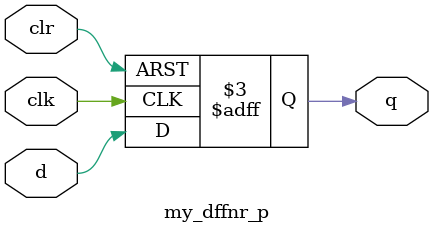
<source format=v>
module my_dffnr_p (
    input d,
    clk,
    clr,
    output reg q
);
  initial q <= 1'b0;
  always @(negedge clk or posedge clr)
    if (clr) q <= 1'b0;
    else q <= d;
endmodule
</source>
